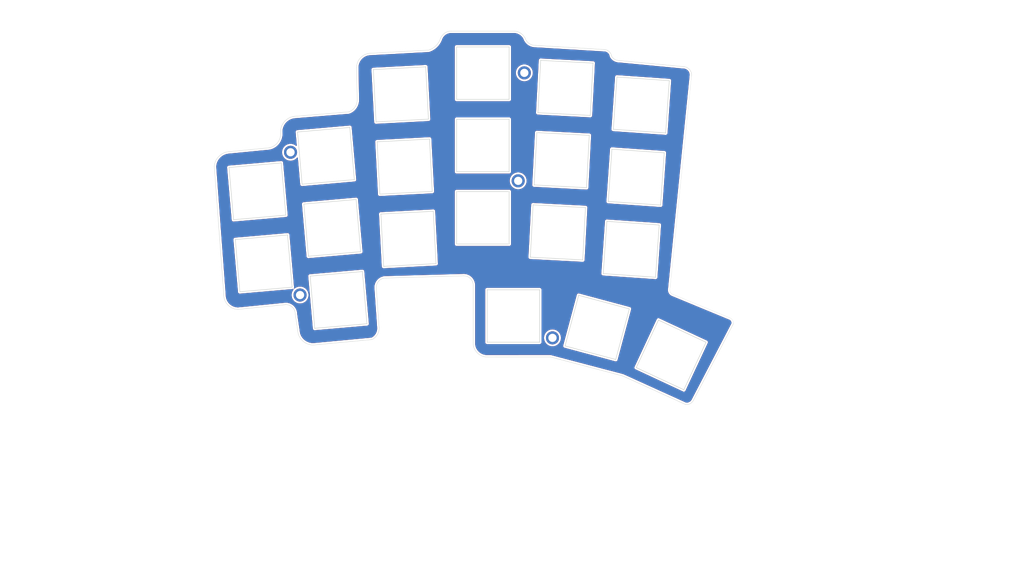
<source format=kicad_pcb>
(kicad_pcb (version 20211014) (generator pcbnew)
  (layers (0 "F.Cu" signal) (31 "B.Cu" signal) (34 "B.Paste" user) (35 "F.Paste" user) (36 "B.SilkS" user "B.Silkscreen") (37 "F.SilkS" user "F.Silkscreen") (38 "B.Mask" user) (39 "F.Mask" user) (44 "Edge.Cuts" user))
  (net 0 "")
  (footprint "" (layer "F.Cu") (at 158.75 102.87)
    (fp_text reference "" (at 0 0) (layer "F.SilkS") (effects (font (size 1.27 1.27))))
    (fp_text value "" (at 0 0) (layer "F.SilkS") (effects (font (size 1.27 1.27))))
    (pad "" thru_hole circle (at 0 0) (size 3.5 3.5) (drill 2.2) (layers *.Cu *.Mask))
  )
  (footprint "" (layer "F.Cu") (at 149.603 60.96)
    (fp_text reference "" (at 0 0) (layer "F.SilkS") (effects (font (size 1.27 1.27))))
    (fp_text value "" (at 0 0) (layer "F.SilkS") (effects (font (size 1.27 1.27))))
    (pad "" thru_hole circle (at 0 0) (size 3.5 3.5) (drill 2.2) (layers *.Cu *.Mask))
  )
  (footprint "keyboard-footprints-main:MX_cutout" (layer "F.Cu") (at 179.743127 79.233184 -4)
    (fp_text reference "SW17" hide)
    (fp_text value "MX" hide)
    (fp_line (start 7 7) (end 7 -7) (layer "Edge.Cuts") (width 0.15))
    (fp_line (start -7 -7) (end 7 -7) (layer "Edge.Cuts") (width 0.15))
    (fp_line (start -7 7) (end -7 -7) (layer "Edge.Cuts") (width 0.15))
    (fp_line (start -7 7) (end 7 7) (layer "Edge.Cuts") (width 0.15))
  )
  (footprint "keyboard-footprints-main:MX_cutout" (layer "F.Cu") (at 140.194392 32.223529)
    (fp_text reference "SW4" hide)
    (fp_text value "MX" hide)
    (fp_line (start -7 -7) (end 7 -7) (layer "Edge.Cuts") (width 0.15))
    (fp_line (start -7 7) (end 7 7) (layer "Edge.Cuts") (width 0.15))
    (fp_line (start 7 7) (end 7 -7) (layer "Edge.Cuts") (width 0.15))
    (fp_line (start -7 7) (end -7 -7) (layer "Edge.Cuts") (width 0.15))
  )
  (footprint "keyboard-footprints-main:MX_cutout" (layer "F.Cu") (at 148.319424 97.030968)
    (fp_text reference "SW18" hide)
    (fp_text value "MX" hide)
    (fp_line (start -7 -7) (end 7 -7) (layer "Edge.Cuts") (width 0.15))
    (fp_line (start -7 7) (end 7 7) (layer "Edge.Cuts") (width 0.15))
    (fp_line (start -7 7) (end -7 -7) (layer "Edge.Cuts") (width 0.15))
    (fp_line (start 7 7) (end 7 -7) (layer "Edge.Cuts") (width 0.15))
  )
  (footprint "" (layer "F.Cu") (at 151.244988 32.143541)
    (fp_text reference "" (at 0 0) (layer "F.SilkS") (effects (font (size 1.27 1.27))))
    (fp_text value "" (at 0 0) (layer "F.SilkS") (effects (font (size 1.27 1.27))))
    (pad "" thru_hole circle (at 0 0) (size 3.5 3.5) (drill 2.2) (layers *.Cu *.Mask))
  )
  (footprint "" (layer "F.Cu") (at 91.44 91.44)
    (fp_text reference "" (at 0 0) (layer "F.SilkS") (effects (font (size 1.27 1.27))))
    (fp_text value "" (at 0 0) (layer "F.SilkS") (effects (font (size 1.27 1.27))))
    (pad "" thru_hole circle (at 0 0) (size 3.5 3.5) (drill 2.2) (layers *.Cu *.Mask))
  )
  (footprint "keyboard-footprints-main:MX_cutout" (layer "F.Cu") (at 101.707746 92.745302 5)
    (fp_text reference "SW13" hide)
    (fp_text value "MX" hide)
    (fp_line (start -7 7) (end -7 -7) (layer "Edge.Cuts") (width 0.15))
    (fp_line (start -7 -7) (end 7 -7) (layer "Edge.Cuts") (width 0.15))
    (fp_line (start 7 7) (end 7 -7) (layer "Edge.Cuts") (width 0.15))
    (fp_line (start -7 7) (end 7 7) (layer "Edge.Cuts") (width 0.15))
  )
  (footprint "keyboard-footprints-main:MX_cutout" (layer "F.Cu") (at 140.194392 51.527529)
    (fp_text reference "SW10" hide)
    (fp_text value "MX" hide)
    (fp_line (start -7 7) (end -7 -7) (layer "Edge.Cuts") (width 0.15))
    (fp_line (start -7 -7) (end 7 -7) (layer "Edge.Cuts") (width 0.15))
    (fp_line (start 7 7) (end 7 -7) (layer "Edge.Cuts") (width 0.15))
    (fp_line (start -7 7) (end 7 7) (layer "Edge.Cuts") (width 0.15))
  )
  (footprint "" (layer "F.Cu") (at 88.9 53.34)
    (fp_text reference "" (at 0 0) (layer "F.SilkS") (effects (font (size 1.27 1.27))))
    (fp_text value "" (at 0 0) (layer "F.SilkS") (effects (font (size 1.27 1.27))))
    (pad "" thru_hole circle (at 0 0) (size 3.5 3.5) (drill 2.2) (layers *.Cu *.Mask))
  )
  (footprint "keyboard-footprints-main:MX_cutout" (layer "F.Cu") (at 181.089706 59.976208 -4)
    (fp_text reference "SW12" hide)
    (fp_text value "MX" hide)
    (fp_line (start -7 7) (end -7 -7) (layer "Edge.Cuts") (width 0.15))
    (fp_line (start 7 7) (end 7 -7) (layer "Edge.Cuts") (width 0.15))
    (fp_line (start -7 -7) (end 7 -7) (layer "Edge.Cuts") (width 0.15))
    (fp_line (start -7 7) (end 7 7) (layer "Edge.Cuts") (width 0.15))
  )
  (footprint "keyboard-footprints-main:MX_cutout" (layer "F.Cu") (at 120.347822 76.440884 3)
    (fp_text reference "SW14" hide)
    (fp_text value "MX" hide)
    (fp_line (start -7 7) (end -7 -7) (layer "Edge.Cuts") (width 0.15))
    (fp_line (start -7 7) (end 7 7) (layer "Edge.Cuts") (width 0.15))
    (fp_line (start -7 -7) (end 7 -7) (layer "Edge.Cuts") (width 0.15))
    (fp_line (start 7 7) (end 7 -7) (layer "Edge.Cuts") (width 0.15))
  )
  (footprint "keyboard-footprints-main:MX_cutout" (layer "F.Cu") (at 118.327235 37.885795 3)
    (fp_text reference "SW3" hide)
    (fp_text value "MX" hide)
    (fp_line (start -7 7) (end -7 -7) (layer "Edge.Cuts") (width 0.15))
    (fp_line (start 7 7) (end 7 -7) (layer "Edge.Cuts") (width 0.15))
    (fp_line (start -7 7) (end 7 7) (layer "Edge.Cuts") (width 0.15))
    (fp_line (start -7 -7) (end 7 -7) (layer "Edge.Cuts") (width 0.15))
  )
  (footprint "keyboard-footprints-main:MX_cutout" (layer "F.Cu") (at 98.342837 54.284217 5)
    (fp_text reference "SW2" hide)
    (fp_text value "MX" hide)
    (fp_line (start -7 7) (end -7 -7) (layer "Edge.Cuts") (width 0.15))
    (fp_line (start 7 7) (end 7 -7) (layer "Edge.Cuts") (width 0.15))
    (fp_line (start -7 -7) (end 7 -7) (layer "Edge.Cuts") (width 0.15))
    (fp_line (start -7 7) (end 7 7) (layer "Edge.Cuts") (width 0.15))
  )
  (footprint "keyboard-footprints-main:MX_cutout" (layer "F.Cu") (at 100.025292 73.514759 5)
    (fp_text reference "SW8" hide)
    (fp_text value "MX" hide)
    (fp_line (start -7 7) (end -7 -7) (layer "Edge.Cuts") (width 0.15))
    (fp_line (start -7 -7) (end 7 -7) (layer "Edge.Cuts") (width 0.15))
    (fp_line (start -7 7) (end 7 7) (layer "Edge.Cuts") (width 0.15))
    (fp_line (start 7 7) (end 7 -7) (layer "Edge.Cuts") (width 0.15))
  )
  (footprint "keyboard-footprints-main:MX_cutout" (layer "F.Cu") (at 161.205642 55.439675 -3)
    (fp_text reference "SW11" hide)
    (fp_text value "MX" hide)
    (fp_line (start -7 7) (end -7 -7) (layer "Edge.Cuts") (width 0.15))
    (fp_line (start 7 7) (end 7 -7) (layer "Edge.Cuts") (width 0.15))
    (fp_line (start -7 7) (end 7 7) (layer "Edge.Cuts") (width 0.15))
    (fp_line (start -7 -7) (end 7 -7) (layer "Edge.Cuts") (width 0.15))
  )
  (footprint "keyboard-footprints-main:MX_cutout" (layer "F.Cu") (at 182.436286 40.719231 -4)
    (fp_text reference "SW6" hide)
    (fp_text value "MX" hide)
    (fp_line (start -7 7) (end 7 7) (layer "Edge.Cuts") (width 0.15))
    (fp_line (start 7 7) (end 7 -7) (layer "Edge.Cuts") (width 0.15))
    (fp_line (start -7 7) (end -7 -7) (layer "Edge.Cuts") (width 0.15))
    (fp_line (start -7 -7) (end 7 -7) (layer "Edge.Cuts") (width 0.15))
  )
  (footprint "keyboard-footprints-main:MX_cutout" (layer "F.Cu") (at 162.215936 36.16213 -3)
    (fp_text reference "SW5" hide)
    (fp_text value "MX" hide)
    (fp_line (start 7 7) (end 7 -7) (layer "Edge.Cuts") (width 0.15))
    (fp_line (start -7 7) (end 7 7) (layer "Edge.Cuts") (width 0.15))
    (fp_line (start -7 7) (end -7 -7) (layer "Edge.Cuts") (width 0.15))
    (fp_line (start -7 -7) (end 7 -7) (layer "Edge.Cuts") (width 0.15))
  )
  (footprint "keyboard-footprints-main:MX_cutout" (layer "F.Cu") (at 81.750899 82.984761 5)
    (fp_text reference "SW7" hide)
    (fp_text value "MX" hide)
    (fp_line (start -7 7) (end 7 7) (layer "Edge.Cuts") (width 0.15))
    (fp_line (start 7 7) (end 7 -7) (layer "Edge.Cuts") (width 0.15))
    (fp_line (start -7 -7) (end 7 -7) (layer "Edge.Cuts") (width 0.15))
    (fp_line (start -7 7) (end -7 -7) (layer "Edge.Cuts") (width 0.15))
  )
  (footprint "keyboard-footprints-main:MX_cutout" (layer "F.Cu") (at 190.389664 107.425902 -25)
    (fp_text reference "SW20" hide)
    (fp_text value "MX" hide)
    (fp_line (start -7 7) (end 7 7) (layer "Edge.Cuts") (width 0.15))
    (fp_line (start 7 7) (end 7 -7) (layer "Edge.Cuts") (width 0.15))
    (fp_line (start -7 -7) (end 7 -7) (layer "Edge.Cuts") (width 0.15))
    (fp_line (start -7 7) (end -7 -7) (layer "Edge.Cuts") (width 0.15))
  )
  (footprint "keyboard-footprints-main:MX_cutout" (layer "F.Cu") (at 170.671424 100.078968 -15)
    (fp_text reference "SW19" hide)
    (fp_text value "MX" hide)
    (fp_line (start -7 7) (end -7 -7) (layer "Edge.Cuts") (width 0.15))
    (fp_line (start -7 7) (end 7 7) (layer "Edge.Cuts") (width 0.15))
    (fp_line (start 7 7) (end 7 -7) (layer "Edge.Cuts") (width 0.15))
    (fp_line (start -7 -7) (end 7 -7) (layer "Edge.Cuts") (width 0.15))
  )
  (footprint "keyboard-footprints-main:MX_cutout" (layer "F.Cu") (at 140.194392 70.831529)
    (fp_text reference "SW15" hide)
    (fp_text value "MX" hide)
    (fp_line (start -7 7) (end -7 -7) (layer "Edge.Cuts") (width 0.15))
    (fp_line (start -7 -7) (end 7 -7) (layer "Edge.Cuts") (width 0.15))
    (fp_line (start 7 7) (end 7 -7) (layer "Edge.Cuts") (width 0.15))
    (fp_line (start -7 7) (end 7 7) (layer "Edge.Cuts") (width 0.15))
  )
  (footprint "keyboard-footprints-main:MX_cutout" (layer "F.Cu") (at 119.337529 57.163339 3)
    (fp_text reference "SW9" hide)
    (fp_text value "MX" hide)
    (fp_line (start 7 7) (end 7 -7) (layer "Edge.Cuts") (width 0.15))
    (fp_line (start -7 7) (end -7 -7) (layer "Edge.Cuts") (width 0.15))
    (fp_line (start -7 -7) (end 7 -7) (layer "Edge.Cuts") (width 0.15))
    (fp_line (start -7 7) (end 7 7) (layer "Edge.Cuts") (width 0.15))
  )
  (footprint "keyboard-footprints-main:MX_cutout" (layer "F.Cu") (at 80.068445 63.754218 5)
    (fp_text reference "SW1" hide)
    (fp_text value "MX" hide)
    (fp_line (start -7 7) (end -7 -7) (layer "Edge.Cuts") (width 0.15))
    (fp_line (start 7 7) (end 7 -7) (layer "Edge.Cuts") (width 0.15))
    (fp_line (start -7 7) (end 7 7) (layer "Edge.Cuts") (width 0.15))
    (fp_line (start -7 -7) (end 7 -7) (layer "Edge.Cuts") (width 0.15))
  )
  (footprint "keyboard-footprints-main:MX_cutout" (layer "F.Cu") (at 160.195349 74.717219 -3)
    (fp_text reference "SW16" hide)
    (fp_text value "MX" hide)
    (fp_line (start -7 7) (end 7 7) (layer "Edge.Cuts") (width 0.15))
    (fp_line (start 7 7) (end 7 -7) (layer "Edge.Cuts") (width 0.15))
    (fp_line (start -7 7) (end -7 -7) (layer "Edge.Cuts") (width 0.15))
    (fp_line (start -7 -7) (end 7 -7) (layer "Edge.Cuts") (width 0.15))
  )
  (gr_arc (start 172.505469 25.927077) (mid 173.827936 26.422458) (end 174.499487 27.664771) (layer "Edge.Cuts") (width 0.1))
  (gr_line (start 104.377649 42.574718) (end 89.934929 43.765697) (layer "Edge.Cuts") (width 0.1))
  (gr_arc (start 128.868208 22.999045) (mid 130.024739 21.541396) (end 131.806567 21.005309) (layer "Edge.Cuts") (width 0.1))
  (gr_line (start 90.17 96.52) (end 90.946695 101.73724) (layer "Edge.Cuts") (width 0.1))
  (gr_arc (start 112.506043 100.128719) (mid 112.054538 102.003878) (end 110.630512 103.304735) (layer "Edge.Cuts") (width 0.1))
  (gr_arc (start 154.223477 24.819969) (mid 152.512174 24.295394) (end 151.442886 22.86) (layer "Edge.Cuts") (width 0.1))
  (gr_arc (start 106.522546 30.734245) (mid 107.63847 28.040169) (end 110.332546 26.924245) (layer "Edge.Cuts") (width 0.1))
  (gr_line (start 95.042985 104.76191) (end 110.630512 103.304735) (layer "Edge.Cuts") (width 0.1))
  (gr_line (start 68.58 57.15) (end 71.12 91.44) (layer "Edge.Cuts") (width 0.1))
  (gr_arc (start 128.868208 22.999045) (mid 127.662801 24.912078) (end 125.73 26.085527) (layer "Edge.Cuts") (width 0.1))
  (gr_line (start 193.644494 30.494599) (end 176.506153 28.862589) (layer "Edge.Cuts") (width 0.1))
  (gr_arc (start 111.76 89.426051) (mid 112.503949 87.63) (end 114.3 86.886051) (layer "Edge.Cuts") (width 0.1))
  (gr_line (start 194.216 120.64) (end 177.452 113.02) (layer "Edge.Cuts") (width 0.1))
  (gr_arc (start 68.58 57.15) (mid 69.781945 54.43907) (end 72.472825 53.192885) (layer "Edge.Cuts") (width 0.1))
  (gr_arc (start 196.253578 119.68827) (mid 195.37927 120.473451) (end 194.216 120.64) (layer "Edge.Cuts") (width 0.1))
  (gr_arc (start 135.067244 86.302963) (mid 136.887322 87.066453) (end 137.618014 88.899945) (layer "Edge.Cuts") (width 0.1))
  (gr_arc (start 148.608995 21.005119) (mid 150.270526 21.558881) (end 151.442886 22.86) (layer "Edge.Cuts") (width 0.1))
  (gr_arc (start 206.372306 97.676904) (mid 206.845276 98.297791) (end 207.01 99.06) (layer "Edge.Cuts") (width 0.05))
  (gr_line (start 207.01 99.06) (end 196.253578 119.68827) (layer "Edge.Cuts") (width 0.1))
  (gr_line (start 125.73 26.085527) (end 110.332546 26.924245) (layer "Edge.Cuts") (width 0.1))
  (gr_arc (start 95.042985 104.76191) (mid 92.473938 103.955028) (end 90.946695 101.73724) (layer "Edge.Cuts") (width 0.1))
  (gr_line (start 148.608995 21.005119) (end 131.806567 21.005309) (layer "Edge.Cuts") (width 0.1))
  (gr_line (start 206.372306 97.676904) (end 190.770625 91.222559) (layer "Edge.Cuts") (width 0.05))
  (gr_line (start 158.148 107.94) (end 141.428014 107.949945) (layer "Edge.Cuts") (width 0.1))
  (gr_arc (start 106.68 39.37) (mid 106.044058 41.341464) (end 104.377649 42.574718) (layer "Edge.Cuts") (width 0.1))
  (gr_arc (start 193.644494 30.494599) (mid 195.302803 31.263056) (end 195.799765 33.026918) (layer "Edge.Cuts") (width 0.1))
  (gr_arc (start 86.271119 48.36266) (mid 85.410318 50.81925) (end 83.174864 52.152875) (layer "Edge.Cuts") (width 0.1))
  (gr_line (start 190.04193 89.950234) (end 195.799765 33.026918) (layer "Edge.Cuts") (width 0.05))
  (gr_line (start 114.3 86.886051) (end 135.067244 86.302963) (layer "Edge.Cuts") (width 0.1))
  (gr_line (start 106.522546 30.734245) (end 106.68 39.37) (layer "Edge.Cuts") (width 0.1))
  (gr_arc (start 87.63 93.98) (mid 89.426051 94.723949) (end 90.17 96.52) (layer "Edge.Cuts") (width 0.1))
  (gr_arc (start 176.506153 28.862589) (mid 175.337669 28.540353) (end 174.499487 27.664771) (layer "Edge.Cuts") (width 0.1))
  (gr_line (start 83.174864 52.152875) (end 72.472825 53.192885) (layer "Edge.Cuts") (width 0.1))
  (gr_line (start 137.618014 88.899945) (end 137.618014 104.139945) (layer "Edge.Cuts") (width 0.1))
  (gr_line (start 112.506043 100.128719) (end 111.76 89.426051) (layer "Edge.Cuts") (width 0.1))
  (gr_line (start 87.63 93.98) (end 74.93 95.25) (layer "Edge.Cuts") (width 0.1))
  (gr_arc (start 86.271119 48.36266) (mid 87.149815 45.304465) (end 89.934929 43.765697) (layer "Edge.Cuts") (width 0.1))
  (gr_arc (start 190.770625 91.222559) (mid 190.19629 90.704744) (end 190.04193 89.950234) (layer "Edge.Cuts") (width 0.05))
  (gr_arc (start 74.93 95.25) (mid 72.235923 94.134077) (end 71.12 91.44) (layer "Edge.Cuts") (width 0.1))
  (gr_line (start 172.505469 25.927077) (end 154.223477 24.819969) (layer "Edge.Cuts") (width 0.1))
  (gr_arc (start 141.428014 107.949945) (mid 138.69173 106.876229) (end 137.618014 104.139945) (layer "Edge.Cuts") (width 0.1))
  (gr_line (start 177.452 113.02) (end 158.148 107.94) (layer "Edge.Cuts") (width 0.1))
  (zone (net 0) (net_name "") (layers F&B.Cu) (connect_pads (clearance 0.508)) (min_thickness 0.254) (fill yes (thermal_gap 0.508) (thermal_bridge_width 0.508))
    (polygon (pts (xy 284.48 165.1) (xy 12.7 165.1) (xy 11.43 163.83) (xy 12.7 12.7) (xy 284.48 12.7)))
  )
)
</source>
